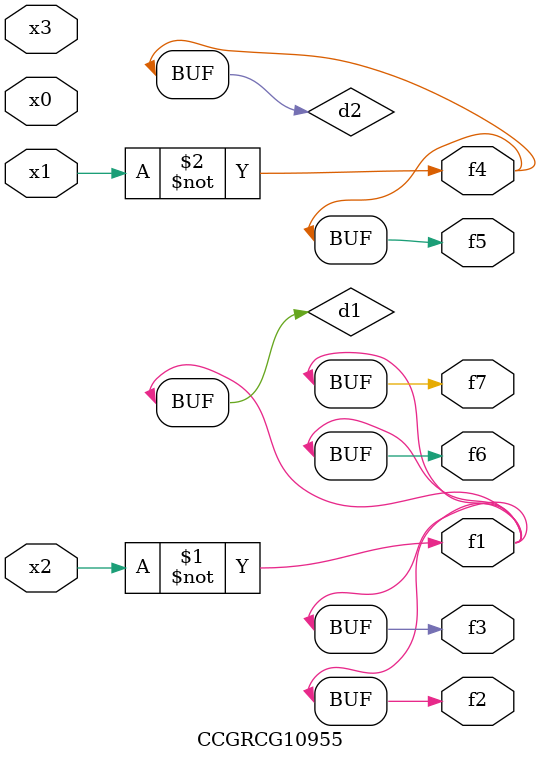
<source format=v>
module CCGRCG10955(
	input x0, x1, x2, x3,
	output f1, f2, f3, f4, f5, f6, f7
);

	wire d1, d2;

	xnor (d1, x2);
	not (d2, x1);
	assign f1 = d1;
	assign f2 = d1;
	assign f3 = d1;
	assign f4 = d2;
	assign f5 = d2;
	assign f6 = d1;
	assign f7 = d1;
endmodule

</source>
